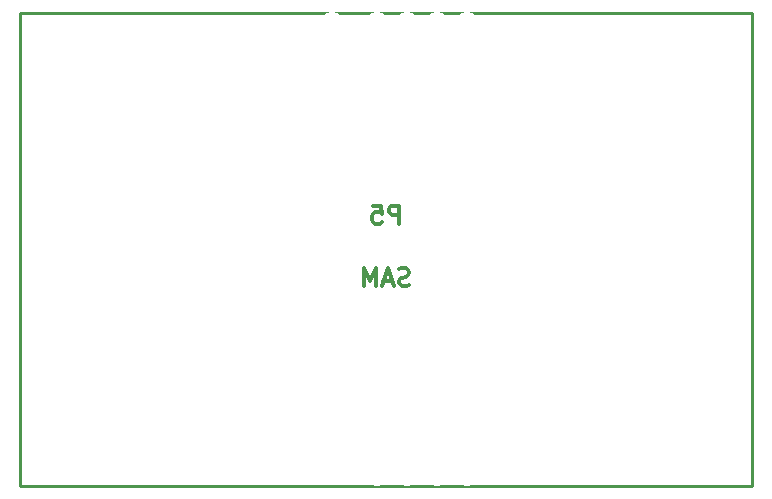
<source format=gbo>
G04 (created by PCBNEW-RS274X (2011-05-25)-stable) date Mon 14 Nov 2011 21:00:14 CET*
G01*
G70*
G90*
%MOIN*%
G04 Gerber Fmt 3.4, Leading zero omitted, Abs format*
%FSLAX34Y34*%
G04 APERTURE LIST*
%ADD10C,0.006000*%
%ADD11C,0.010000*%
%ADD12C,0.012000*%
%ADD13R,0.080000X0.080000*%
%ADD14C,0.080000*%
%ADD15C,0.106600*%
%ADD16C,0.149900*%
%ADD17O,0.126300X0.086900*%
%ADD18O,0.085000X0.063300*%
%ADD19C,0.067200*%
%ADD20R,0.047600X0.079100*%
%ADD21R,0.079100X0.047600*%
G04 APERTURE END LIST*
G54D10*
G54D11*
X18595Y-56024D02*
X43005Y-56024D01*
X43005Y-56024D02*
X43005Y-40276D01*
X43005Y-40276D02*
X18595Y-40276D01*
X18595Y-40276D02*
X18595Y-56024D01*
G54D12*
X31242Y-47291D02*
X31242Y-46691D01*
X31014Y-46691D01*
X30956Y-46719D01*
X30928Y-46748D01*
X30899Y-46805D01*
X30899Y-46891D01*
X30928Y-46948D01*
X30956Y-46977D01*
X31014Y-47005D01*
X31242Y-47005D01*
X30356Y-46691D02*
X30642Y-46691D01*
X30671Y-46977D01*
X30642Y-46948D01*
X30585Y-46919D01*
X30442Y-46919D01*
X30385Y-46948D01*
X30356Y-46977D01*
X30328Y-47034D01*
X30328Y-47177D01*
X30356Y-47234D01*
X30385Y-47262D01*
X30442Y-47291D01*
X30585Y-47291D01*
X30642Y-47262D01*
X30671Y-47234D01*
X31571Y-49348D02*
X31485Y-49377D01*
X31342Y-49377D01*
X31285Y-49348D01*
X31256Y-49320D01*
X31228Y-49263D01*
X31228Y-49205D01*
X31256Y-49148D01*
X31285Y-49120D01*
X31342Y-49091D01*
X31456Y-49063D01*
X31514Y-49034D01*
X31542Y-49005D01*
X31571Y-48948D01*
X31571Y-48891D01*
X31542Y-48834D01*
X31514Y-48805D01*
X31456Y-48777D01*
X31314Y-48777D01*
X31228Y-48805D01*
X31000Y-49205D02*
X30714Y-49205D01*
X31057Y-49377D02*
X30857Y-48777D01*
X30657Y-49377D01*
X30457Y-49377D02*
X30457Y-48777D01*
X30257Y-49205D01*
X30057Y-48777D01*
X30057Y-49377D01*
%LPC*%
G54D13*
X27550Y-37050D03*
G54D14*
X27550Y-36050D03*
X28550Y-37050D03*
X28550Y-36050D03*
X29550Y-37050D03*
X29550Y-36050D03*
X30550Y-37050D03*
X30550Y-36050D03*
X31550Y-37050D03*
X31550Y-36050D03*
X32550Y-37050D03*
X32550Y-36050D03*
X33550Y-37050D03*
X33550Y-36050D03*
X34550Y-37050D03*
X34550Y-36050D03*
X35550Y-37050D03*
X35550Y-36050D03*
X36550Y-37050D03*
X36550Y-36050D03*
G54D13*
X37900Y-39100D03*
G54D14*
X38900Y-39100D03*
G54D13*
X39900Y-39100D03*
G54D14*
X40900Y-39100D03*
G54D13*
X46600Y-53700D03*
G54D14*
X46600Y-54700D03*
G54D13*
X42200Y-36200D03*
G54D14*
X43200Y-36200D03*
X44200Y-36200D03*
X45200Y-36200D03*
X46200Y-36200D03*
X47200Y-36200D03*
G54D15*
X19383Y-48150D03*
X42217Y-48150D03*
G54D16*
X19383Y-52087D03*
X19383Y-44213D03*
X42217Y-52087D03*
X42217Y-44213D03*
G54D14*
X33509Y-55650D03*
X32509Y-55650D03*
X31509Y-55650D03*
X30509Y-55650D03*
X33509Y-40650D03*
X32509Y-40650D03*
X31509Y-40650D03*
X30509Y-40650D03*
X29009Y-40650D03*
X29009Y-41650D03*
G54D17*
X46761Y-50737D03*
X46761Y-47863D03*
G54D18*
X44665Y-49930D03*
X44665Y-49300D03*
X44665Y-48670D03*
X45353Y-49615D03*
X45353Y-48985D03*
G54D19*
X45650Y-39600D03*
G54D20*
X46595Y-39600D03*
G54D21*
X44666Y-40328D03*
X44666Y-38872D03*
G54D20*
X43878Y-39600D03*
M02*

</source>
